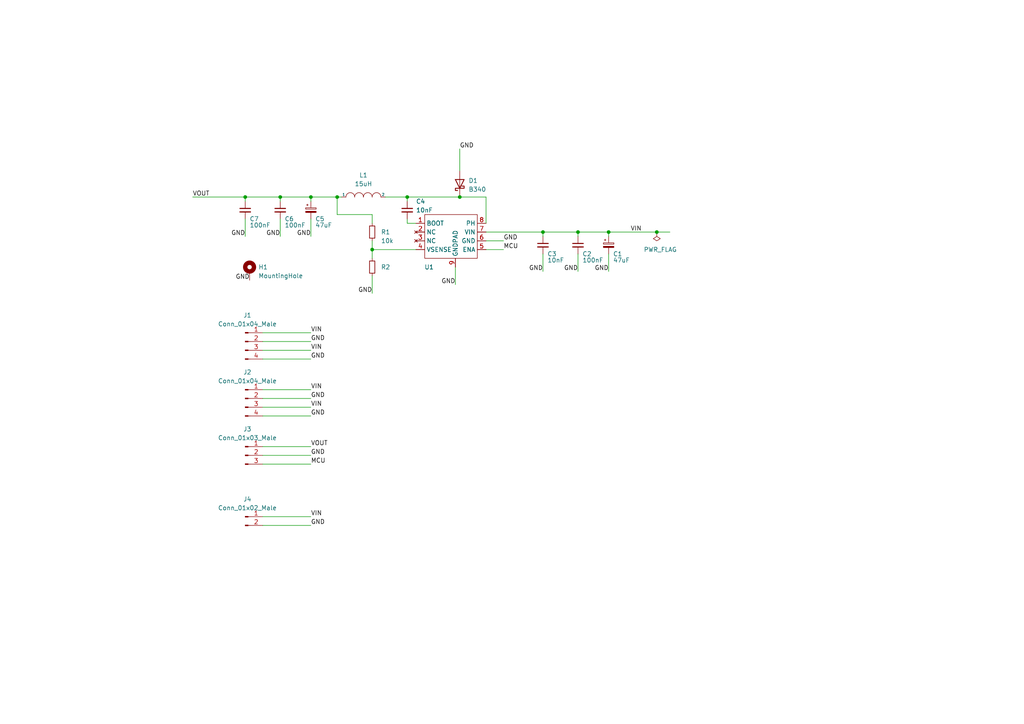
<source format=kicad_sch>
(kicad_sch (version 20211123) (generator eeschema)
  (paper "A4")
  (lib_symbols
    (symbol "#Wegner:TPS5430"
      (property "Reference" "U" (at 0 -8.89 0))
      (property "Value" "TPS5430" (at 0 8.89 0))
      (symbol "TPS5430_0_1"
        (rectangle (start -7.62 6.35) (end 7.62 -6.35))
      )
      (symbol "TPS5430_1_1"
        (pin output line (at -10.16 3.81 0) (length 2.54) (name "BOOT") (number "1"))
        (pin no_connect line (at -10.16 1.27 0) (length 2.54) (name "NC") (number "2"))
        (pin no_connect line (at -10.16 -1.27 0) (length 2.54) (name "NC") (number "3"))
        (pin input line (at -10.16 -3.81 0) (length 2.54) (name "VSENSE") (number "4"))
        (pin input line (at 10.16 -3.81 180) (length 2.54) (name "ENA") (number "5"))
        (pin input line (at 10.16 -1.27 180) (length 2.54) (name "GND") (number "6"))
        (pin input line (at 10.16 1.27 180) (length 2.54) (name "VIN") (number "7"))
        (pin output line (at 10.16 3.81 180) (length 2.54) (name "PH") (number "8"))
        (pin input line (at 1.27 -8.89 90) (length 2.54) (name "GNDPAD") (number "9"))
      )
    )
    (symbol "Connector:Conn_01x02_Male" (pin_names (offset 1.016) hide)
      (property "Reference" "J" (at 0 2.54 0))
      (property "Value" "Conn_01x02_Male" (at 0 -5.08 0))
      (symbol "Conn_01x02_Male_1_1"
        (polyline (pts (xy 1.27 -2.54) (xy 0.8636 -2.54)) (stroke (width 0.1524)))
        (polyline (pts (xy 1.27 0) (xy 0.8636 0)) (stroke (width 0.1524)))
        (rectangle (start 0.8636 -2.413) (end 0 -2.667) (stroke (width 0.1524)) (fill (type outline)))
        (rectangle (start 0.8636 0.127) (end 0 -0.127) (stroke (width 0.1524)) (fill (type outline)))
        (pin passive line (at 5.08 0 180) (length 3.81) (name "Pin_1") (number "1"))
        (pin passive line (at 5.08 -2.54 180) (length 3.81) (name "Pin_2") (number "2"))
      )
    )
    (symbol "Connector:Conn_01x03_Male" (pin_names (offset 1.016) hide)
      (property "Reference" "J" (at 0 5.08 0))
      (property "Value" "Conn_01x03_Male" (at 0 -5.08 0))
      (symbol "Conn_01x03_Male_1_1"
        (polyline (pts (xy 1.27 -2.54) (xy 0.8636 -2.54)) (stroke (width 0.1524)))
        (polyline (pts (xy 1.27 0) (xy 0.8636 0)) (stroke (width 0.1524)))
        (polyline (pts (xy 1.27 2.54) (xy 0.8636 2.54)) (stroke (width 0.1524)))
        (rectangle (start 0.8636 -2.413) (end 0 -2.667) (stroke (width 0.1524)) (fill (type outline)))
        (rectangle (start 0.8636 0.127) (end 0 -0.127) (stroke (width 0.1524)) (fill (type outline)))
        (rectangle (start 0.8636 2.667) (end 0 2.413) (stroke (width 0.1524)) (fill (type outline)))
        (pin passive line (at 5.08 2.54 180) (length 3.81) (name "Pin_1") (number "1"))
        (pin passive line (at 5.08 0 180) (length 3.81) (name "Pin_2") (number "2"))
        (pin passive line (at 5.08 -2.54 180) (length 3.81) (name "Pin_3") (number "3"))
      )
    )
    (symbol "Connector:Conn_01x04_Male" (pin_names (offset 1.016) hide)
      (property "Reference" "J" (at 0 5.08 0))
      (property "Value" "Conn_01x04_Male" (at 0 -7.62 0))
      (symbol "Conn_01x04_Male_1_1"
        (polyline (pts (xy 1.27 -5.08) (xy 0.8636 -5.08)) (stroke (width 0.1524)))
        (polyline (pts (xy 1.27 -2.54) (xy 0.8636 -2.54)) (stroke (width 0.1524)))
        (polyline (pts (xy 1.27 0) (xy 0.8636 0)) (stroke (width 0.1524)))
        (polyline (pts (xy 1.27 2.54) (xy 0.8636 2.54)) (stroke (width 0.1524)))
        (rectangle (start 0.8636 -4.953) (end 0 -5.207) (stroke (width 0.1524)) (fill (type outline)))
        (rectangle (start 0.8636 -2.413) (end 0 -2.667) (stroke (width 0.1524)) (fill (type outline)))
        (rectangle (start 0.8636 0.127) (end 0 -0.127) (stroke (width 0.1524)) (fill (type outline)))
        (rectangle (start 0.8636 2.667) (end 0 2.413) (stroke (width 0.1524)) (fill (type outline)))
        (pin passive line (at 5.08 2.54 180) (length 3.81) (name "Pin_1") (number "1"))
        (pin passive line (at 5.08 0 180) (length 3.81) (name "Pin_2") (number "2"))
        (pin passive line (at 5.08 -2.54 180) (length 3.81) (name "Pin_3") (number "3"))
        (pin passive line (at 5.08 -5.08 180) (length 3.81) (name "Pin_4") (number "4"))
      )
    )
    (symbol "Device:C_Polarized_Small" (pin_numbers hide) (pin_names (offset 0.254) hide)
      (property "Reference" "C" (at 0.254 1.778 0))
      (property "Value" "C_Polarized_Small" (at 0.254 -2.032 0))
      (symbol "C_Polarized_Small_0_1"
        (rectangle (start -1.524 -0.3048) (end 1.524 -0.6858) (fill (type outline)))
        (rectangle (start -1.524 0.6858) (end 1.524 0.3048))
        (polyline (pts (xy -1.27 1.524) (xy -0.762 1.524)))
        (polyline (pts (xy -1.016 1.27) (xy -1.016 1.778)))
      )
      (symbol "C_Polarized_Small_1_1"
        (pin passive line (at 0 2.54 270) (length 1.8542) (name "~") (number "1"))
        (pin passive line (at 0 -2.54 90) (length 1.8542) (name "~") (number "2"))
      )
    )
    (symbol "Device:C_Small" (pin_numbers hide) (pin_names (offset 0.254) hide)
      (property "Reference" "C" (at 0.254 1.778 0))
      (property "Value" "C_Small" (at 0.254 -2.032 0))
      (symbol "C_Small_0_1"
        (polyline (pts (xy -1.524 -0.508) (xy 1.524 -0.508)) (stroke (width 0.3302)))
        (polyline (pts (xy -1.524 0.508) (xy 1.524 0.508)) (stroke (width 0.3048)))
      )
      (symbol "C_Small_1_1"
        (pin passive line (at 0 2.54 270) (length 2.032) (name "~") (number "1"))
        (pin passive line (at 0 -2.54 90) (length 2.032) (name "~") (number "2"))
      )
    )
    (symbol "Device:R_Small" (pin_numbers hide) (pin_names (offset 0.254) hide)
      (property "Reference" "R" (at 0.762 0.508 0))
      (property "Value" "R_Small" (at 0.762 -1.016 0))
      (symbol "R_Small_0_1"
        (rectangle (start -0.762 1.778) (end 0.762 -1.778) (stroke (width 0.2032)))
      )
      (symbol "R_Small_1_1"
        (pin passive line (at 0 2.54 270) (length 0.762) (name "~") (number "1"))
        (pin passive line (at 0 -2.54 90) (length 0.762) (name "~") (number "2"))
      )
    )
    (symbol "Diode:B340" (pin_numbers hide) (pin_names (offset 1.016) hide)
      (property "Reference" "D" (at 0 2.54 0))
      (property "Value" "B340" (at 0 -2.54 0))
      (symbol "B340_0_1"
        (polyline (pts (xy 1.27 0) (xy -1.27 0)))
        (polyline (pts (xy 1.27 1.27) (xy 1.27 -1.27) (xy -1.27 0) (xy 1.27 1.27)) (stroke (width 0.254)))
        (polyline (pts (xy -1.905 0.635) (xy -1.905 1.27) (xy -1.27 1.27) (xy -1.27 -1.27) (xy -0.635 -1.27) (xy -0.635 -0.635)) (stroke (width 0.254)))
      )
      (symbol "B340_1_1"
        (pin passive line (at -3.81 0 0) (length 2.54) (name "K") (number "1"))
        (pin passive line (at 3.81 0 180) (length 2.54) (name "A") (number "2"))
      )
    )
    (symbol "Mechanical:MountingHole_Pad" (pin_numbers hide) (pin_names (offset 1.016) hide)
      (property "Reference" "H" (at 0 6.35 0))
      (property "Value" "MountingHole_Pad" (at 0 4.445 0))
      (symbol "MountingHole_Pad_0_1"
        (circle (center 0 1.27) (radius 1.27) (stroke (width 1.27)))
      )
      (symbol "MountingHole_Pad_1_1"
        (pin input line (at 0 -2.54 90) (length 2.54) (name "1") (number "1"))
      )
    )
    (symbol "power:PWR_FLAG" (power) (pin_numbers hide) (pin_names (offset 0) hide)
      (property "Value" "PWR_FLAG" (at 0 3.81 0))
      (symbol "PWR_FLAG_0_0"
        (pin power_out line (at 0 0 90) (length 0) (name "pwr") (number "1"))
      )
      (symbol "PWR_FLAG_0_1"
        (polyline (pts (xy 0 0) (xy 0 1.27) (xy -1.016 1.905) (xy 0 2.54) (xy 1.016 1.905) (xy 0 1.27)))
      )
    )
    (symbol "pspice:INDUCTOR" (pin_numbers hide) (pin_names (offset 0))
      (property "Reference" "L" (at 0 2.54 0))
      (property "Value" "INDUCTOR" (at 0 -1.27 0))
      (symbol "INDUCTOR_0_1"
        (arc (start -2.54 0) (mid -3.81 1.27) (end -5.08 0))
        (arc (start 0 0) (mid -1.27 1.27) (end -2.54 0))
        (arc (start 2.54 0) (mid 1.27 1.27) (end 0 0))
        (arc (start 5.08 0) (mid 3.81 1.27) (end 2.54 0))
      )
      (symbol "INDUCTOR_1_1"
        (pin input line (at -6.35 0 0) (length 1.27) (name "1") (number "1"))
        (pin input line (at 6.35 0 180) (length 1.27) (name "2") (number "2"))
      )
    )
  )
  (junction (at 190.5 67.31))
  (junction (at 71.12 57.15))
  (junction (at 176.53 67.31))
  (junction (at 107.95 72.39))
  (junction (at 167.64 67.31))
  (junction (at 90.17 57.15))
  (junction (at 118.11 57.15))
  (junction (at 157.48 67.31))
  (junction (at 133.35 57.15))
  (junction (at 97.79 57.15))
  (junction (at 81.28 57.15))
  (wire (pts (xy 176.53 73.66) (xy 176.53 78.74)))
  (wire (pts (xy 76.2 149.86) (xy 90.17 149.86)))
  (wire (pts (xy 107.95 72.39) (xy 107.95 74.93)))
  (wire (pts (xy 71.12 57.15) (xy 81.28 57.15)))
  (wire (pts (xy 167.64 73.66) (xy 167.64 78.74)))
  (wire (pts (xy 55.88 57.15) (xy 71.12 57.15)))
  (wire (pts (xy 76.2 113.03) (xy 90.17 113.03)))
  (wire (pts (xy 118.11 57.15) (xy 118.11 58.42)))
  (wire (pts (xy 76.2 99.06) (xy 90.17 99.06)))
  (wire (pts (xy 133.35 43.18) (xy 133.35 49.53)))
  (wire (pts (xy 76.2 115.57) (xy 90.17 115.57)))
  (wire (pts (xy 81.28 57.15) (xy 81.28 58.42)))
  (wire (pts (xy 157.48 73.66) (xy 157.48 78.74)))
  (wire (pts (xy 76.2 96.52) (xy 90.17 96.52)))
  (wire (pts (xy 107.95 62.23) (xy 107.95 64.77)))
  (wire (pts (xy 132.08 77.47) (xy 132.08 82.55)))
  (wire (pts (xy 107.95 72.39) (xy 120.65 72.39)))
  (wire (pts (xy 97.79 57.15) (xy 99.06 57.15)))
  (wire (pts (xy 157.48 67.31) (xy 157.48 68.58)))
  (wire (pts (xy 76.2 118.11) (xy 90.17 118.11)))
  (wire (pts (xy 71.12 57.15) (xy 71.12 58.42)))
  (wire (pts (xy 107.95 69.85) (xy 107.95 72.39)))
  (wire (pts (xy 76.2 134.62) (xy 90.17 134.62)))
  (wire (pts (xy 157.48 67.31) (xy 167.64 67.31)))
  (wire (pts (xy 118.11 57.15) (xy 133.35 57.15)))
  (wire (pts (xy 90.17 63.5) (xy 90.17 68.58)))
  (wire (pts (xy 140.97 64.77) (xy 140.97 57.15)))
  (wire (pts (xy 118.11 64.77) (xy 120.65 64.77)))
  (wire (pts (xy 76.2 129.54) (xy 90.17 129.54)))
  (wire (pts (xy 76.2 120.65) (xy 90.17 120.65)))
  (wire (pts (xy 76.2 104.14) (xy 90.17 104.14)))
  (wire (pts (xy 176.53 67.31) (xy 190.5 67.31)))
  (wire (pts (xy 167.64 67.31) (xy 176.53 67.31)))
  (wire (pts (xy 90.17 57.15) (xy 97.79 57.15)))
  (wire (pts (xy 140.97 57.15) (xy 133.35 57.15)))
  (wire (pts (xy 81.28 63.5) (xy 81.28 68.58)))
  (wire (pts (xy 190.5 67.31) (xy 194.31 67.31)))
  (wire (pts (xy 140.97 72.39) (xy 146.05 72.39)))
  (wire (pts (xy 167.64 67.31) (xy 167.64 68.58)))
  (wire (pts (xy 97.79 62.23) (xy 107.95 62.23)))
  (wire (pts (xy 176.53 67.31) (xy 176.53 68.58)))
  (wire (pts (xy 71.12 63.5) (xy 71.12 68.58)))
  (wire (pts (xy 81.28 57.15) (xy 90.17 57.15)))
  (wire (pts (xy 118.11 63.5) (xy 118.11 64.77)))
  (wire (pts (xy 76.2 101.6) (xy 90.17 101.6)))
  (wire (pts (xy 76.2 132.08) (xy 90.17 132.08)))
  (wire (pts (xy 97.79 57.15) (xy 97.79 62.23)))
  (wire (pts (xy 111.76 57.15) (xy 118.11 57.15)))
  (wire (pts (xy 140.97 69.85) (xy 146.05 69.85)))
  (wire (pts (xy 107.95 80.01) (xy 107.95 85.09)))
  (wire (pts (xy 90.17 57.15) (xy 90.17 58.42)))
  (wire (pts (xy 140.97 67.31) (xy 157.48 67.31)))
  (wire (pts (xy 76.2 152.4) (xy 90.17 152.4)))
  (label "MCU" (at 90.17 134.62 0))
  (label "GND" (at 132.08 82.55 180))
  (label "GND" (at 81.28 68.58 180))
  (label "MCU" (at 146.05 72.39 0))
  (label "GND" (at 167.64 78.74 180))
  (label "GND" (at 90.17 115.57 0))
  (label "GND" (at 157.48 78.74 180))
  (label "GND" (at 176.53 78.74 180))
  (label "VIN" (at 90.17 96.52 0))
  (label "GND" (at 107.95 85.09 180))
  (label "GND" (at 90.17 152.4 0))
  (label "GND" (at 90.17 132.08 0))
  (label "GND" (at 90.17 99.06 0))
  (label "GND" (at 90.17 104.14 0))
  (label "VIN" (at 182.88 67.31 0))
  (label "VIN" (at 90.17 113.03 0))
  (label "VIN" (at 90.17 101.6 0))
  (label "VIN" (at 90.17 118.11 0))
  (label "VIN" (at 90.17 149.86 0))
  (label "GND" (at 133.35 43.18 0))
  (label "GND" (at 90.17 68.58 180))
  (label "GND" (at 71.12 68.58 180))
  (label "VOUT" (at 90.17 129.54 0))
  (label "GND" (at 72.39 81.28 180))
  (label "GND" (at 146.05 69.85 0))
  (label "VOUT" (at 55.88 57.15 0))
  (label "GND" (at 90.17 120.65 0))
  (symbol (lib_id "Device:C_Polarized_Small") (at 90.17 60.96 0) (unit 1)
    (property "Reference" "C5" (at 91.44 63.5 0) (effects (justify left)))
    (property "Value" "47uF" (at 91.44 65.3162 0) (effects (justify left)))
    (property "Footprint" "Capacitor_SMD:CP_Elec_6.3x5.9" (effects hide))
  )
  (symbol (lib_id "Device:C_Small") (at 81.28 60.96 0) (unit 1)
    (property "Reference" "C6" (at 82.55 63.5 0) (effects (justify left)))
    (property "Value" "100nF" (at 82.55 65.3162 0) (effects (justify left)))
    (property "Footprint" "Bloomer_Library:0805-1206Capacitor" (effects hide))
  )
  (symbol (lib_id "Device:R_Small") (at 107.95 67.31 0) (unit 1)
    (property "Reference" "R1" (at 110.49 67.3099 0) (effects (justify left)))
    (property "Value" "10k" (at 110.49 69.85 0) (effects (justify left)))
    (property "Footprint" "Resistor_SMD:R_0805_2012Metric" (effects hide))
  )
  (symbol (lib_id "Mechanical:MountingHole_Pad") (at 72.39 78.74 0) (unit 1)
    (property "Reference" "H1" (at 74.93 77.4699 0) (effects (justify left)))
    (property "Value" "MountingHole" (at 74.93 80.0099 0) (effects (justify left)))
    (property "Footprint" "MountingHole:MountingHole_2.5mm_Pad" (effects hide))
  )
  (symbol (lib_id "Device:C_Polarized_Small") (at 176.53 71.12 0) (unit 1)
    (property "Reference" "C1" (at 177.8 73.66 0) (effects (justify left)))
    (property "Value" "47uF" (at 177.8 75.4762 0) (effects (justify left)))
    (property "Footprint" "Capacitor_SMD:CP_Elec_6.3x5.9" (effects hide))
  )
  (symbol (lib_id "Connector:Conn_01x04_Male") (at 71.12 115.57 0) (unit 1)
    (property "Reference" "J2" (at 71.755 107.95 0))
    (property "Value" "Conn_01x04_Male" (at 71.755 110.49 0))
    (property "Footprint" "Connector_PinHeader_2.54mm:PinHeader_1x04_P2.54mm_Vertical" (effects hide))
  )
  (symbol (lib_id "Device:C_Small") (at 118.11 60.96 0) (unit 1)
    (property "Reference" "C4" (at 120.65 58.42 0) (effects (justify left)))
    (property "Value" "10nF" (at 120.65 60.96 0) (effects (justify left)))
    (property "Footprint" "Capacitor_SMD:C_0805_2012Metric" (effects hide))
  )
  (symbol (lib_id "pspice:INDUCTOR") (at 105.41 57.15 0) (unit 1)
    (property "Reference" "L1" (at 105.41 50.8 0))
    (property "Value" "15uH" (at 105.41 53.34 0))
    (property "Footprint" "Bloomer_Library:PowerInductor-Murata-DEM8045Z-8x8" (effects hide))
  )
  (symbol (lib_id "power:PWR_FLAG") (at 190.5 67.31 180) (unit 1)
    (property "Reference" "#FLG01" (effects hide))
    (property "Value" "PWR_FLAG" (at 186.69 72.39 0) (effects (justify right)))
  )
  (symbol (lib_id "#Wegner:TPS5430") (at 130.81 68.58 0) (unit 1)
    (property "Reference" "U1" (at 124.46 77.47 0))
    (property "Value" "TPS5430" (effects hide))
    (property "Footprint" "Package_SO:Texas_HSOP-8-1EP_3.9x4.9mm_P1.27mm_ThermalVias" (effects hide))
    (property "Datasheet" "https://www.ti.com/cn/lit/ds/symlink/mc34063a.pdf" (effects hide))
  )
  (symbol (lib_id "Device:C_Small") (at 167.64 71.12 0) (unit 1)
    (property "Reference" "C2" (at 168.91 73.66 0) (effects (justify left)))
    (property "Value" "100nF" (at 168.91 75.4762 0) (effects (justify left)))
    (property "Footprint" "Capacitor_SMD:C_0805_2012Metric" (effects hide))
  )
  (symbol (lib_id "Device:R_Small") (at 107.95 77.47 0) (unit 1)
    (property "Reference" "R2" (at 110.49 77.4699 0) (effects (justify left)))
    (property "Value" "R_Small" (effects hide))
    (property "Footprint" "Resistor_SMD:R_0805_2012Metric" (effects hide))
  )
  (symbol (lib_id "Connector:Conn_01x02_Male") (at 71.12 149.86 0) (unit 1) (on_board no)
    (property "Reference" "J4" (at 71.755 144.78 0))
    (property "Value" "Conn_01x02_Male" (at 71.755 147.32 0))
    (property "Footprint" "Connector_PinSocket_2.54mm:PinSocket_1x02_P2.54mm_Vertical" (effects hide))
  )
  (symbol (lib_id "Connector:Conn_01x03_Male") (at 71.12 132.08 0) (unit 1)
    (property "Reference" "J3" (at 71.755 124.46 0))
    (property "Value" "Conn_01x03_Male" (at 71.755 127 0))
    (property "Footprint" "Connector_PinHeader_2.54mm:PinHeader_1x03_P2.54mm_Vertical" (effects hide))
  )
  (symbol (lib_id "Device:C_Small") (at 71.12 60.96 0) (unit 1)
    (property "Reference" "C7" (at 72.39 63.5 0) (effects (justify left)))
    (property "Value" "100nF" (at 72.39 65.3162 0) (effects (justify left)))
    (property "Footprint" "Bloomer_Library:0805-1206Capacitor" (effects hide))
  )
  (symbol (lib_id "Diode:B340") (at 133.35 53.34 90) (unit 1)
    (property "Reference" "D1" (at 135.89 52.3874 90) (effects (justify right)))
    (property "Value" "B340" (at 135.89 54.9274 90) (effects (justify right)))
    (property "Footprint" "Diode_SMD:D_SMA" (effects hide))
    (property "Datasheet" "http://www.jameco.com/Jameco/Products/ProdDS/1538777.pdf" (effects hide))
  )
  (symbol (lib_id "Device:C_Small") (at 157.48 71.12 0) (unit 1)
    (property "Reference" "C3" (at 158.75 73.66 0) (effects (justify left)))
    (property "Value" "10nF" (at 158.75 75.4762 0) (effects (justify left)))
    (property "Footprint" "Capacitor_SMD:C_0805_2012Metric" (effects hide))
  )
  (symbol (lib_id "Connector:Conn_01x04_Male") (at 71.12 99.06 0) (unit 1)
    (property "Reference" "J1" (at 71.755 91.44 0))
    (property "Value" "Conn_01x04_Male" (at 71.755 93.98 0))
    (property "Footprint" "Connector_PinHeader_2.54mm:PinHeader_1x04_P2.54mm_Vertical" (effects hide))
  )
)
</source>
